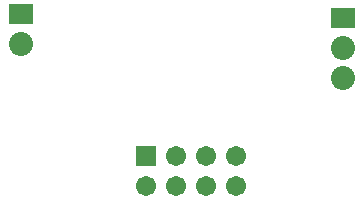
<source format=gbr>
%TF.GenerationSoftware,KiCad,Pcbnew,9.0.6-9.0.6~ubuntu24.04.1*%
%TF.CreationDate,2025-12-30T22:30:39+05:30*%
%TF.ProjectId,wled-esp01-controller,776c6564-2d65-4737-9030-312d636f6e74,rev?*%
%TF.SameCoordinates,Original*%
%TF.FileFunction,Soldermask,Top*%
%TF.FilePolarity,Negative*%
%FSLAX46Y46*%
G04 Gerber Fmt 4.6, Leading zero omitted, Abs format (unit mm)*
G04 Created by KiCad (PCBNEW 9.0.6-9.0.6~ubuntu24.04.1) date 2025-12-30 22:30:39*
%MOMM*%
%LPD*%
G01*
G04 APERTURE LIST*
G04 Aperture macros list*
%AMRoundRect*
0 Rectangle with rounded corners*
0 $1 Rounding radius*
0 $2 $3 $4 $5 $6 $7 $8 $9 X,Y pos of 4 corners*
0 Add a 4 corners polygon primitive as box body*
4,1,4,$2,$3,$4,$5,$6,$7,$8,$9,$2,$3,0*
0 Add four circle primitives for the rounded corners*
1,1,$1+$1,$2,$3*
1,1,$1+$1,$4,$5*
1,1,$1+$1,$6,$7*
1,1,$1+$1,$8,$9*
0 Add four rect primitives between the rounded corners*
20,1,$1+$1,$2,$3,$4,$5,0*
20,1,$1+$1,$4,$5,$6,$7,0*
20,1,$1+$1,$6,$7,$8,$9,0*
20,1,$1+$1,$8,$9,$2,$3,0*%
G04 Aperture macros list end*
%ADD10C,1.712000*%
%ADD11RoundRect,0.102000X-0.754000X-0.754000X0.754000X-0.754000X0.754000X0.754000X-0.754000X0.754000X0*%
%ADD12R,2.040000X1.700000*%
%ADD13C,2.040000*%
G04 APERTURE END LIST*
D10*
%TO.C,U2*%
X116885000Y-84250000D03*
X119425000Y-84250000D03*
X121965000Y-84250000D03*
X124505000Y-84250000D03*
X124505000Y-81710000D03*
X121965000Y-81710000D03*
X119425000Y-81710000D03*
D11*
X116885000Y-81710000D03*
%TD*%
D12*
%TO.C,J2*%
X133500000Y-70000000D03*
D13*
X133500000Y-72540000D03*
X133500000Y-75080000D03*
%TD*%
D12*
%TO.C,J1*%
X106250000Y-69710000D03*
D13*
X106250000Y-72250000D03*
%TD*%
M02*

</source>
